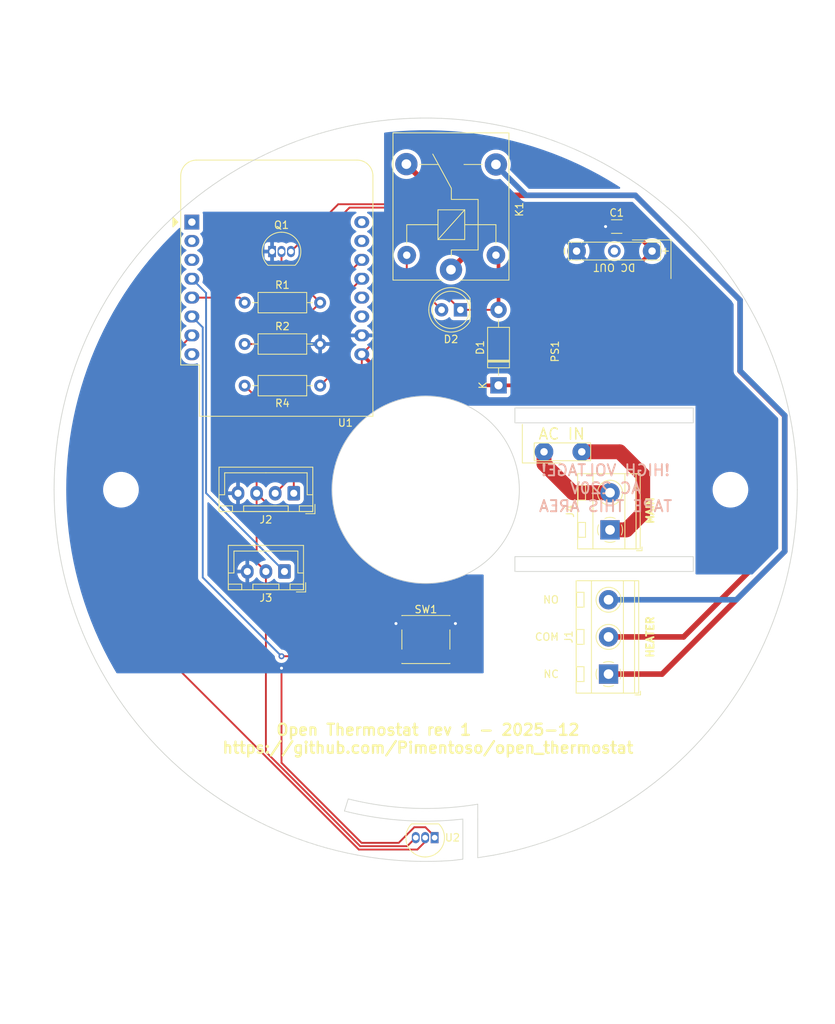
<source format=kicad_pcb>
(kicad_pcb (version 20221018) (generator pcbnew)
  (layers (0 "F.Cu" signal) (31 "B.Cu" signal) (34 "B.Paste" user) (35 "F.Paste" user) (36 "B.SilkS" user "B.Silkscreen") (37 "F.SilkS" user "F.Silkscreen") (38 "B.Mask" user) (39 "F.Mask" user) (44 "Edge.Cuts" user))
  (net 0 "")
  (net 1 "5V")
  (net 2 "GND")
  (net 3 "SCL")
  (net 4 "SDA")
  (net 5 "LED")
  (net 6 "Net-(J4-Pin_1)")
  (net 7 "Net-(J4-Pin_2)")
  (net 8 "OUT")
  (net 9 "BTN")
  (net 13 "TEMP")
  (net 19 "Net-(D1-A)")
  (net 20 "Net-(D2-A)")
  (net 21 "Net-(J1-Pin_1)")
  (net 22 "Net-(J1-Pin_2)")
  (net 23 "Net-(Q1-B)")
  (net 24 "Net-(J1-Pin_3)")
  (footprint "Button_Switch_SMD:SW_Push_1P1T_NO_6x6mm_H9.5mm" (layer "F.Cu") (at 100.025 120.15)
    (fp_text reference "SW1" (at 0 -4.05) (layer "F.SilkS"))
    (fp_text value "SW_Push")
    (pad "1" smd rect (at -3.975 -2.25) (size 1.55 1.3) (layers "F.Cu" "F.Paste" "F.Mask") (net 2 "GND"))
    (pad "1" smd rect (at 3.975 -2.25) (size 1.55 1.3) (layers "F.Cu" "F.Paste" "F.Mask") (net 2 "GND"))
    (pad "2" smd rect (at -3.975 2.25) (size 1.55 1.3) (layers "F.Cu" "F.Paste" "F.Mask") (net 9 "BTN"))
    (pad "2" smd rect (at 3.975 2.25) (size 1.55 1.3) (layers "F.Cu" "F.Paste" "F.Mask") (net 9 "BTN"))
  )
  (footprint "internal:220v AC to 5v DC Transformer" (layer "F.Cu") (at 123 81.4 90)
    (fp_text reference "PS1" (at 0 -5.6 90 unlocked) (layer "F.SilkS"))
    (fp_text value "IRM-05-5")
    (fp_text user "DC OUT" (at 11.3 2.4 180 unlocked) (layer "F.SilkS"))
    (fp_text user "-" (at 13.5 -4.4 90 unlocked) (layer "F.SilkS"))
    (fp_text user "AC IN" (at -11.1 -4.7 unlocked) (layer "F.SilkS") (effects (font (size 1.5 1.5) (thickness 0.2))))
    (fp_text user "+" (at 13.5 9.2 90 unlocked) (layer "F.SilkS"))
    (pad "" thru_hole circle (at 13.5 2.38 90) (size 1.7 1.7) (drill 1) (layers "*.Cu" "*.Mask"))
    (pad "1" thru_hole circle (at -13.5 -7.08 90) (size 2.5 2.5) (drill 1) (layers "*.Cu" "*.Mask") (net 7 "Net-(J4-Pin_2)"))
    (pad "2" thru_hole circle (at -13.5 -2 90) (size 2.5 2.5) (drill 1) (layers "*.Cu" "*.Mask") (net 6 "Net-(J4-Pin_1)"))
    (pad "3" thru_hole circle (at 13.5 -2.7 90) (size 2.5 2.5) (drill 1) (layers "*.Cu" "*.Mask") (net 2 "GND"))
    (pad "4" thru_hole circle (at 13.5 7.46 90) (size 2.5 2.5) (drill 1) (layers "*.Cu" "*.Mask") (net 1 "5V"))
  )
  (footprint "Capacitor_SMD:C_1206_3216Metric_Pad1.33x1.80mm_HandSolder" (layer "F.Cu") (at 125.7 64.6)
    (fp_text reference "C1" (at 0 -1.85) (layer "F.SilkS"))
    (fp_text value "4.7uf")
    (pad "1" smd roundrect (at -1.5625 0) (size 1.325 1.8) (layers "F.Cu" "F.Paste" "F.Mask") (roundrect_rratio 0.1886792453) (net 2 "GND"))
    (pad "2" smd roundrect (at 1.5625 0) (size 1.325 1.8) (layers "F.Cu" "F.Paste" "F.Mask") (roundrect_rratio 0.1886792453) (net 1 "5V"))
  )
  (footprint "Package_TO_SOT_THT:TO-92_Inline" (layer "F.Cu") (at 101.2 146.8 180)
    (fp_text reference "U2" (at -2.4 0) (layer "F.SilkS"))
    (fp_text value "DS18B20")
    (pad "1" thru_hole rect (at 0 0 180) (size 1.05 1.5) (drill 0.75) (layers "*.Cu" "*.Mask") (net 2 "GND"))
    (pad "2" thru_hole oval (at 1.27 0 180) (size 1.05 1.5) (drill 0.75) (layers "*.Cu" "*.Mask") (net 13 "TEMP"))
    (pad "3" thru_hole oval (at 2.54 0 180) (size 1.05 1.5) (drill 0.75) (layers "*.Cu" "*.Mask") (net 1 "5V"))
  )
  (footprint "Resistor_THT:R_Axial_DIN0207_L6.3mm_D2.5mm_P10.16mm_Horizontal" (layer "F.Cu") (at 75.64 74.833334)
    (fp_text reference "R1" (at 5.08 -2.37) (layer "F.SilkS"))
    (fp_text value "220")
    (pad "1" thru_hole circle (at 0 0) (size 1.6 1.6) (drill 0.8) (layers "*.Cu" "*.Mask") (net 8 "OUT"))
    (pad "2" thru_hole oval (at 10.16 0) (size 1.6 1.6) (drill 0.8) (layers "*.Cu" "*.Mask") (net 23 "Net-(Q1-B)"))
  )
  (footprint "Connector_JST:JST_XH_B4B-XH-A_1x04_P2.50mm_Vertical" (layer "F.Cu") (at 82.25 100.475 180)
    (fp_text reference "J2" (at 3.75 -3.55) (layer "F.SilkS"))
    (fp_text value "SSD1306 display")
    (pad "1" thru_hole roundrect (at 0 0 180) (size 1.7 1.95) (drill 0.95) (layers "*.Cu" "*.Mask") (roundrect_rratio 0.1470588235) (net 4 "SDA"))
    (pad "2" thru_hole oval (at 2.5 0 180) (size 1.7 1.95) (drill 0.95) (layers "*.Cu" "*.Mask") (net 3 "SCL"))
    (pad "3" thru_hole oval (at 5 0 180) (size 1.7 1.95) (drill 0.95) (layers "*.Cu" "*.Mask") (net 1 "5V"))
    (pad "4" thru_hole oval (at 7.5 0 180) (size 1.7 1.95) (drill 0.95) (layers "*.Cu" "*.Mask") (net 2 "GND"))
  )
  (footprint "Resistor_THT:R_Axial_DIN0207_L6.3mm_D2.5mm_P10.16mm_Horizontal" (layer "F.Cu") (at 75.64 80.4)
    (fp_text reference "R2" (at 5.08 -2.37) (layer "F.SilkS"))
    (fp_text value "10K")
    (pad "1" thru_hole circle (at 0 0) (size 1.6 1.6) (drill 0.8) (layers "*.Cu" "*.Mask") (net 23 "Net-(Q1-B)"))
    (pad "2" thru_hole oval (at 10.16 0) (size 1.6 1.6) (drill 0.8) (layers "*.Cu" "*.Mask") (net 2 "GND"))
  )
  (footprint "TerminalBlock_MetzConnect:TerminalBlock_MetzConnect_Type094_RT03502HBLU_1x02_P5.00mm_Horizontal" (layer "F.Cu") (at 124.8 105.4 90)
    (fp_text reference "J4" (at 2.5 -5.36 90) (layer "F.SilkS"))
    (fp_text value "AC IN")
    (pad "1" thru_hole rect (at 0 0 90) (size 2.6 2.6) (drill 1.3) (layers "*.Cu" "*.Mask") (net 6 "Net-(J4-Pin_1)"))
    (pad "2" thru_hole circle (at 5 0 90) (size 2.6 2.6) (drill 1.3) (layers "*.Cu" "*.Mask") (net 7 "Net-(J4-Pin_2)"))
  )
  (footprint "TerminalBlock_MetzConnect:TerminalBlock_MetzConnect_Type094_RT03503HBLU_1x03_P5.00mm_Horizontal" (layer "F.Cu") (at 124.6 124.8 90)
    (fp_text reference "J1" (at 5 -5.36 90) (layer "F.SilkS"))
    (fp_text value "HEATER")
    (pad "1" thru_hole rect (at 0 0 90) (size 2.6 2.6) (drill 1.3) (layers "*.Cu" "*.Mask") (net 21 "Net-(J1-Pin_1)"))
    (pad "2" thru_hole circle (at 5 0 90) (size 2.6 2.6) (drill 1.3) (layers "*.Cu" "*.Mask") (net 22 "Net-(J1-Pin_2)"))
    (pad "3" thru_hole circle (at 10 0 90) (size 2.6 2.6) (drill 1.3) (layers "*.Cu" "*.Mask") (net 24 "Net-(J1-Pin_3)"))
  )
  (footprint "LED_THT:LED_D5.0mm" (layer "F.Cu") (at 104.675 75.8 180)
    (fp_text reference "D2" (at 1.27 -3.96) (layer "F.SilkS"))
    (fp_text value "LED")
    (pad "1" thru_hole rect (at 0 0 180) (size 1.8 1.8) (drill 0.9) (layers "*.Cu" "*.Mask") (net 19 "Net-(D1-A)"))
    (pad "2" thru_hole circle (at 2.54 0 180) (size 1.8 1.8) (drill 0.9) (layers "*.Cu" "*.Mask") (net 20 "Net-(D2-A)"))
  )
  (footprint "Resistor_THT:R_Axial_DIN0207_L6.3mm_D2.5mm_P10.16mm_Horizontal" (layer "F.Cu") (at 85.8 86 180)
    (fp_text reference "R4" (at 5.08 -2.37) (layer "F.SilkS"))
    (fp_text value "2K")
    (pad "1" thru_hole circle (at 0 0 180) (size 1.6 1.6) (drill 0.8) (layers "*.Cu" "*.Mask") (net 20 "Net-(D2-A)"))
    (pad "2" thru_hole oval (at 10.16 0 180) (size 1.6 1.6) (drill 0.8) (layers "*.Cu" "*.Mask") (net 1 "5V"))
  )
  (footprint "Module:WEMOS_D1_mini_light" (layer "F.Cu") (at 68.54 64)
    (fp_text reference "U1" (at 20.66 27) (layer "F.SilkS"))
    (fp_text value "WeMos_D1_mini")
    (pad "1" thru_hole rect (at 0 0) (size 2 2) (drill 1) (layers "*.Cu" "*.Mask"))
    (pad "2" thru_hole oval (at 0 2.54) (size 2 1.6) (drill 1) (layers "*.Cu" "*.Mask"))
    (pad "3" thru_hole oval (at 0 5.08) (size 2 1.6) (drill 1) (layers "*.Cu" "*.Mask"))
    (pad "4" thru_hole oval (at 0 7.62) (size 2 1.6) (drill 1) (layers "*.Cu" "*.Mask") (net 5 "LED"))
    (pad "5" thru_hole oval (at 0 10.16) (size 2 1.6) (drill 1) (layers "*.Cu" "*.Mask") (net 8 "OUT"))
    (pad "6" thru_hole oval (at 0 12.7) (size 2 1.6) (drill 1) (layers "*.Cu" "*.Mask") (net 9 "BTN"))
    (pad "7" thru_hole oval (at 0 15.24) (size 2 1.6) (drill 1) (layers "*.Cu" "*.Mask") (net 13 "TEMP"))
    (pad "8" thru_hole oval (at 0 17.78) (size 2 1.6) (drill 1) (layers "*.Cu" "*.Mask"))
    (pad "9" thru_hole oval (at 22.86 17.78) (size 2 1.6) (drill 1) (layers "*.Cu" "*.Mask") (net 1 "5V"))
    (pad "10" thru_hole oval (at 22.86 15.24) (size 2 1.6) (drill 1) (layers "*.Cu" "*.Mask") (net 2 "GND"))
    (pad "11" thru_hole oval (at 22.86 12.7) (size 2 1.6) (drill 1) (layers "*.Cu" "*.Mask"))
    (pad "12" thru_hole oval (at 22.86 10.16) (size 2 1.6) (drill 1) (layers "*.Cu" "*.Mask"))
    (pad "13" thru_hole oval (at 22.86 7.62) (size 2 1.6) (drill 1) (layers "*.Cu" "*.Mask") (net 4 "SDA"))
    (pad "14" thru_hole oval (at 22.86 5.08) (size 2 1.6) (drill 1) (layers "*.Cu" "*.Mask") (net 3 "SCL"))
    (pad "15" thru_hole oval (at 22.86 2.54) (size 2 1.6) (drill 1) (layers "*.Cu" "*.Mask"))
    (pad "16" thru_hole oval (at 22.86 0) (size 2 1.6) (drill 1) (layers "*.Cu" "*.Mask"))
  )
  (footprint "Package_TO_SOT_THT:TO-92_Inline" (layer "F.Cu") (at 79.33 67.96)
    (fp_text reference "Q1" (at 1.27 -3.56) (layer "F.SilkS"))
    (fp_text value "2N2219")
    (pad "1" thru_hole rect (at 0 0) (size 1.05 1.5) (drill 0.75) (layers "*.Cu" "*.Mask") (net 2 "GND"))
    (pad "2" thru_hole oval (at 1.27 0) (size 1.05 1.5) (drill 0.75) (layers "*.Cu" "*.Mask") (net 23 "Net-(Q1-B)"))
    (pad "3" thru_hole oval (at 2.54 0) (size 1.05 1.5) (drill 0.75) (layers "*.Cu" "*.Mask") (net 19 "Net-(D1-A)"))
  )
  (footprint "MountingHole:MountingHole_4.3mm_M4" (layer "F.Cu") (at 59 100)
    (fp_text reference "H1" hide)
    (fp_text value "MountingHole")
    (pad "" np_thru_hole circle (at 0 0) (size 4.3 4.3) (drill 4.3) (layers "*.Cu" "*.Mask"))
  )
  (footprint "Diode_THT:D_DO-41_SOD81_P10.16mm_Horizontal" (layer "F.Cu") (at 109.8 85.96 90)
    (fp_text reference "D1" (at 5.08 -2.47 90) (layer "F.SilkS"))
    (fp_text value "1N4007")
    (fp_text user "K" (at 0 -2.1 90) (layer "F.SilkS"))
    (pad "1" thru_hole rect (at 0 0 90) (size 2.2 2.2) (drill 1.1) (layers "*.Cu" "*.Mask") (net 1 "5V"))
    (pad "2" thru_hole oval (at 10.16 0 90) (size 2.2 2.2) (drill 1.1) (layers "*.Cu" "*.Mask") (net 19 "Net-(D1-A)"))
  )
  (footprint "Relay_THT:Relay_SPDT_SANYOU_SRD_Series_Form_C" (layer "F.Cu") (at 103.4 70.4 90)
    (fp_text reference "K1" (at 8.1 9.2 90) (layer "F.SilkS"))
    (fp_text value "SANYOU_SRD_Form_C")
    (pad "1" thru_hole circle (at 0 0 180) (size 3 3) (drill 1.3) (layers "*.Cu" "*.Mask") (net 22 "Net-(J1-Pin_2)"))
    (pad "2" thru_hole circle (at 1.95 6.05 180) (size 2.5 2.5) (drill 1) (layers "*.Cu" "*.Mask") (net 19 "Net-(D1-A)"))
    (pad "3" thru_hole circle (at 14.15 6.05 180) (size 3 3) (drill 1.3) (layers "*.Cu" "*.Mask") (net 24 "Net-(J1-Pin_3)"))
    (pad "4" thru_hole circle (at 14.2 -6 180) (size 3 3) (drill 1.3) (layers "*.Cu" "*.Mask") (net 21 "Net-(J1-Pin_1)"))
    (pad "5" thru_hole circle (at 1.95 -5.95 180) (size 2.5 2.5) (drill 1) (layers "*.Cu" "*.Mask") (net 1 "5V"))
  )
  (footprint "MountingHole:MountingHole_4.3mm_M4" (layer "F.Cu") (at 141 100)
    (fp_text reference "H2" hide)
    (fp_text value "MountingHole")
    (pad "" np_thru_hole circle (at 0 0) (size 4.3 4.3) (drill 4.3) (layers "*.Cu" "*.Mask"))
  )
  (footprint "Connector_JST:JST_XH_B3B-XH-A_1x03_P2.50mm_Vertical" (layer "F.Cu") (at 81 111 180)
    (fp_text reference "J3" (at 2.5 -3.55) (layer "F.SilkS"))
    (fp_text value "WS8212b led strip")
    (pad "1" thru_hole roundrect (at 0 0 180) (size 1.7 1.95) (drill 0.95) (layers "*.Cu" "*.Mask") (roundrect_rratio 0.1470588235) (net 5 "LED"))
    (pad "2" thru_hole oval (at 2.5 0 180) (size 1.7 1.95) (drill 0.95) (layers "*.Cu" "*.Mask") (net 1 "5V"))
    (pad "3" thru_hole oval (at 5 0 180) (size 1.7 1.95) (drill 0.95) (layers "*.Cu" "*.Mask") (net 2 "GND"))
  )
  (gr_line (start 96.465122 149.87489) (end 97.87794 149.954948) (stroke (width 0.1)) (layer "Edge.Cuts"))
  (gr_line (start 68.041652 138.4534) (end 69.142638 139.342385) (stroke (width 0.1)) (layer "Edge.Cuts"))
  (gr_line (start 138.901788 68.589) (end 137.997312 67.500704) (stroke (width 0.1)) (layer "Edge.Cuts"))
  (gr_line (start 131.958348 138.4534) (end 133.033736 137.533615) (stroke (width 0.1)) (layer "Edge.Cuts"))
  (gr_line (start 62.937598 133.561561) (end 63.902195 134.596943) (stroke (width 0.1)) (layer "Edge.Cuts"))
  (gr_line (start 89.466037 148.877762) (end 90.85344 149.156286) (stroke (width 0.1)) (layer "Edge.Cuts"))
  (gr_line (start 58.574518 72.001261) (end 57.798776 73.184768) (stroke (width 0.1)) (layer "Edge.Cuts"))
  (gr_line (start 50.320074 105.648444) (end 50.499815 107.052067) (stroke (width 0.1)) (layer "Edge.Cuts"))
  (gr_line (start 99.292458 50.005006) (end 97.87794 50.045052) (stroke (width 0.1)) (layer "Edge.Cuts"))
  (gr_line (start 88.08707 148.560088) (end 89.466037 148.877762) (stroke (width 0.1)) (layer "Edge.Cuts"))
  (gr_line (start 143.650706 75.615253) (end 142.943163 74.389754) (stroke (width 0.1)) (layer "Edge.Cuts"))
  (gr_line (start 100.707542 149.994994) (end 102.12206 149.954948) (stroke (width 0.1)) (layer "Edge.Cuts"))
  (gr_line (start 110.533963 148.877762) (end 111.91293 148.560088) (stroke (width 0.1)) (layer "Edge.Cuts"))
  (gr_line (start 146.653618 117.984436) (end 147.143872 116.65699) (stroke (width 0.1)) (layer "Edge.Cuts"))
  (gr_line (start 111.91293 148.560088) (end 113.282354 148.203517) (stroke (width 0.1)) (layer "Edge.Cuts"))
  (gr_line (start 142.201224 73.184768) (end 141.425482 72.001261) (stroke (width 0.1)) (layer "Edge.Cuts"))
  (gr_line (start 129.731659 59.800143) (end 128.582141 58.974871) (stroke (width 0.1)) (layer "Edge.Cuts"))
  (gr_line (start 138.901788 131.411) (end 139.775103 130.297544) (stroke (width 0.1)) (layer "Edge.Cuts"))
  (gr_line (start 50.020025 101.414943) (end 50.080083 102.828752) (stroke (width 0.1)) (layer "Edge.Cuts"))
  (gr_line (start 66.966264 62.466385) (end 65.917335 63.416234) (stroke (width 0.1)) (layer "Edge.Cuts"))
  (gr_line (start 147.143872 83.34301) (end 146.653618 82.015564) (stroke (width 0.1)) (layer "Edge.Cuts"))
  (gr_line (start 72.59027 141.81754) (end 73.784636 142.576457) (stroke (width 0.1)) (layer "Edge.Cuts"))
  (gr_line (start 148.723803 111.22457) (end 149.021932 109.841247) (stroke (width 0.1)) (layer "Edge.Cuts"))
  (gr_line (start 53.874006 119.297478) (end 54.438575 120.595062) (stroke (width 0.1)) (layer "Edge.Cuts"))
  (gr_line (start 93.649109 50.404978) (end 92.24817 50.604564) (stroke (width 0.1)) (layer "Edge.Cuts"))
  (gr_line (start 149.979975 101.414943) (end 150 100) (stroke (width 0.1)) (layer "Edge.Cuts"))
  (gr_line (start 75 56.69873) (end 73.784636 57.423543) (stroke (width 0.1)) (layer "Edge.Cuts"))
  (gr_line (start 149.021932 90.158753) (end 148.723803 88.77543) (stroke (width 0.1)) (layer "Edge.Cuts"))
  (gr_line (start 149.819874 104.240296) (end 149.919917 102.828752) (stroke (width 0.1)) (layer "Edge.Cuts"))
  (gr_line (start 144.323284 76.860284) (end 143.650706 75.615253) (stroke (width 0.1)) (layer "Edge.Cuts"))
  (gr_line (start 55.039639 121.876151) (end 55.676716 123.139716) (stroke (width 0.1)) (layer "Edge.Cuts"))
  (gr_line (start 85.358861 147.808337) (end 86.717646 148.203517) (stroke (width 0.1)) (layer "Edge.Cuts"))
  (gr_line (start 142.943163 74.389754) (end 142.201224 73.184768) (stroke (width 0.1)) (layer "Edge.Cuts"))
  (gr_line (start 149.679926 105.648444) (end 149.819874 104.240296) (stroke (width 0.1)) (layer "Edge.Cuts"))
  (gr_line (start 95.055135 50.245118) (end 93.649109 50.404978) (stroke (width 0.1)) (layer "Edge.Cuts"))
  (gr_line (start 93.649109 149.595022) (end 95.055135 149.754882) (stroke (width 0.1)) (layer "Edge.Cuts"))
  (gr_line (start 68.041652 61.5466) (end 66.966264 62.466385) (stroke (width 0.1)) (layer "Edge.Cuts"))
  (gr_line (start 148.010734 113.963144) (end 148.386647 112.598903) (stroke (width 0.1)) (layer "Edge.Cuts"))
  (gr_line (start 110.533963 51.122238) (end 109.14656 50.843714) (stroke (width 0.1)) (layer "Edge.Cuts"))
  (gr_line (start 149.819874 95.759704) (end 149.679926 94.351556) (stroke (width 0.1)) (layer "Edge.Cuts"))
  (gr_line (start 121.237733 54.734575) (end 119.948268 54.1517) (stroke (width 0.1)) (layer "Edge.Cuts"))
  (gr_line (start 57.798776 126.815232) (end 58.574518 127.998739) (stroke (width 0.1)) (layer "Edge.Cuts"))
  (gr_line (start 133.033736 62.466385) (end 131.958348 61.5466) (stroke (width 0.1)) (layer "Edge.Cuts"))
  (gr_line (start 60.224897 130.297544) (end 61.098212 131.411) (stroke (width 0.1)) (layer "Edge.Cuts"))
  (gr_line (start 65.917335 63.416234) (end 64.895706 64.395386) (stroke (width 0.1)) (layer "Edge.Cuts"))
  (gr_line (start 149.280796 108.450041) (end 149.500185 107.052067) (stroke (width 0.1)) (layer "Edge.Cuts"))
  (gr_line (start 117.322448 53.096559) (end 115.988196 52.625138) (stroke (width 0.1)) (layer "Edge.Cuts"))
  (gr_line (start 145.561425 79.404938) (end 144.960361 78.123849) (stroke (width 0.1)) (layer "Edge.Cuts"))
  (gr_line (start 119.948268 54.1517) (end 118.642824 53.605549) (stroke (width 0.1)) (layer "Edge.Cuts"))
  (gr_line (start 130.857362 60.657615) (end 129.731659 59.800143) (stroke (width 0.1)) (layer "Edge.Cuts"))
  (gr_line (start 61.098212 68.589) (end 60.224897 69.702456) (stroke (width 0.1)) (layer "Edge.Cuts"))
  (gr_rect (start 112 109) (end 136 111) (stroke (width 0.1)) (fill none) (layer "Edge.Cuts"))
  (gr_line (start 107 149.5) (end 109.14656 149.156286) (stroke (width 0.1)) (layer "Edge.Cuts"))
  (gr_line (start 147.596365 84.683799) (end 147.143872 83.34301) (stroke (width 0.1)) (layer "Edge.Cuts"))
  (gr_line (start 143.650706 124.384747) (end 144.323284 123.139716) (stroke (width 0.1)) (layer "Edge.Cuts"))
  (gr_line (start 51.276197 111.22457) (end 51.613353 112.598903) (stroke (width 0.1)) (layer "Edge.Cuts"))
  (gr_line (start 56.349294 124.384747) (end 57.056837 125.610246) (stroke (width 0.1)) (layer "Edge.Cuts"))
  (gr_line (start 90.85344 149.156286) (end 92.24817 149.395436) (stroke (width 0.1)) (layer "Edge.Cuts"))
  (gr_line (start 50 100) (end 50.020025 101.414943) (stroke (width 0.1)) (layer "Edge.Cuts"))
  (gr_line (start 88.08707 51.439912) (end 86.717646 51.796483) (stroke (width 0.1)) (layer "Edge.Cuts"))
  (gr_line (start 149.500185 107.052067) (end 149.679926 105.648444) (stroke (width 0.1)) (layer "Edge.Cuts"))
  (gr_line (start 53.874006 80.702522) (end 53.346382 82.015564) (stroke (width 0.1)) (layer "Edge.Cuts"))
  (gr_line (start 130.857362 139.342385) (end 131.958348 138.4534) (stroke (width 0.1)) (layer "Edge.Cuts"))
  (gr_line (start 92.24817 149.395436) (end 93.649109 149.595022) (stroke (width 0.1)) (layer "Edge.Cuts"))
  (gr_line (start 53.346382 82.015564) (end 52.856128 83.34301) (stroke (width 0.1)) (layer "Edge.Cuts"))
  (gr_line (start 82.677552 146.903441) (end 84.011804 147.374862) (stroke (width 0.1)) (layer "Edge.Cuts"))
  (gr_line (start 122.510187 144.646293) (end 123.764611 143.9914) (stroke (width 0.1)) (layer "Edge.Cuts"))
  (gr_line (start 89.466037 51.122238) (end 88.08707 51.439912) (stroke (width 0.1)) (layer "Edge.Cuts"))
  (gr_line (start 50.978068 90.158753) (end 50.719204 91.549959) (stroke (width 0.1)) (layer "Edge.Cuts"))
  (gr_line (start 109.14656 50.843714) (end 107.75183 50.604564) (stroke (width 0.1)) (layer "Edge.Cuts"))
  (gr_line (start 66.966264 137.533615) (end 68.041652 138.4534) (stroke (width 0.1)) (layer "Edge.Cuts"))
  (gr_line (start 126.215364 142.576457) (end 127.40973 141.81754) (stroke (width 0.1)) (layer "Edge.Cuts"))
  (gr_line (start 51.613353 87.401097) (end 51.276197 88.77543) (stroke (width 0.1)) (layer "Edge.Cuts"))
  (gr_line (start 150 100) (end 149.979975 98.585057) (stroke (width 0.1)) (layer "Edge.Cuts"))
  (gr_line (start 107 144.3) (end 107 149.5) (stroke (width 0.1)) (layer "Edge.Cuts"))
  (gr_line (start 147.596365 115.316201) (end 148.010734 113.963144) (stroke (width 0.1)) (layer "Edge.Cuts"))
  (gr_line (start 81.357176 146.394451) (end 82.677552 146.903441) (stroke (width 0.1)) (layer "Edge.Cuts"))
  (gr_line (start 144.960361 121.876151) (end 145.561425 120.595062) (stroke (width 0.1)) (layer "Edge.Cuts"))
  (gr_rect (start 112 89) (end 136 91) (stroke (width 0.1)) (fill none) (layer "Edge.Cuts"))
  (gr_line (start 126.215364 57.423543) (end 125 56.69873) (stroke (width 0.1)) (layer "Edge.Cuts"))
  (gr_line (start 149.679926 94.351556) (end 149.500185 92.947933) (stroke (width 0.1)) (layer "Edge.Cuts"))
  (gr_line (start 149.979975 98.585057) (end 149.919917 97.171248) (stroke (width 0.1)) (layer "Edge.Cuts"))
  (gr_line (start 100.707542 50.005006) (end 99.292458 50.005006) (stroke (width 0.1)) (layer "Edge.Cuts"))
  (gr_line (start 77.489813 55.353707) (end 76.235389 56.0086) (stroke (width 0.1)) (layer "Edge.Cuts"))
  (gr_line (start 144.323284 123.139716) (end 144.960361 121.876151) (stroke (width 0.1)) (layer "Edge.Cuts"))
  (gr_line (start 103.534878 50.12511) (end 102.12206 50.045052) (stroke (width 0.1)) (layer "Edge.Cuts"))
  (gr_line (start 82.677552 53.096559) (end 81.357176 53.605549) (stroke (width 0.1)) (layer "Edge.Cuts"))
  (gr_line (start 85.358861 52.191663) (end 84.011804 52.625138) (stroke (width 0.1)) (layer "Edge.Cuts"))
  (gr_line (start 134.082665 136.583766) (end 135.104294 135.604614) (stroke (width 0.1)) (layer "Edge.Cuts"))
  (gr_line (start 69.142638 139.342385) (end 70.268341 140.199857) (stroke (width 0.1)) (layer "Edge.Cuts"))
  (gr_line (start 84.011804 52.625138) (end 82.677552 53.096559) (stroke (width 0.1)) (layer "Edge.Cuts"))
  (gr_line (start 149.021932 109.841247) (end 149.280796 108.450041) (stroke (width 0.1)) (layer "Edge.Cuts"))
  (gr_line (start 51.989266 86.036856) (end 51.613353 87.401097) (stroke (width 0.1)) (layer "Edge.Cuts"))
  (gr_line (start 149.919917 102.828752) (end 149.979975 101.414943) (stroke (width 0.1)) (layer "Edge.Cuts"))
  (gr_line (start 73.784636 57.423543) (end 72.59027 58.18246) (stroke (width 0.1)) (layer "Edge.Cuts"))
  (gr_line (start 123.764611 143.9914) (end 125 143.30127) (stroke (width 0.1)) (layer "Edge.Cuts"))
  (gr_line (start 70.268341 140.199857) (end 71.417859 141.025129) (stroke (width 0.1)) (layer "Edge.Cuts"))
  (gr_line (start 86.717646 148.203517) (end 88.08707 148.560088) (stroke (width 0.1)) (layer "Edge.Cuts"))
  (gr_line (start 96.465122 50.12511) (end 95.055135 50.245118) (stroke (width 0.1)) (layer "Edge.Cuts"))
  (gr_line (start 139.775103 69.702456) (end 138.901788 68.589) (stroke (width 0.1)) (layer "Edge.Cuts"))
  (gr_line (start 136.097805 65.403057) (end 135.104294 64.395386) (stroke (width 0.1)) (layer "Edge.Cuts"))
  (gr_line (start 75 143.30127) (end 76.235389 143.9914) (stroke (width 0.1)) (layer "Edge.Cuts"))
  (gr_line (start 140.61656 70.84018) (end 139.775103 69.702456) (stroke (width 0.1)) (layer "Edge.Cuts"))
  (gr_line (start 97.87794 149.954948) (end 99.292458 149.994994) (stroke (width 0.1)) (layer "Edge.Cuts"))
  (gr_line (start 50.080083 97.171248) (end 50.020025 98.585057) (stroke (width 0.1)) (layer "Edge.Cuts"))
  (gr_line (start 89.577175 141.589117) (end 89.067289 143.21997) (stroke (width 0.1)) (layer "Edge.Cuts"))
  (gr_line (start 113.282354 51.796483) (end 111.91293 51.439912) (stroke (width 0.1)) (layer "Edge.Cuts"))
  (gr_line (start 127.40973 58.18246) (end 126.215364 57.423543) (stroke (width 0.1)) (layer "Edge.Cuts"))
  (gr_line (start 52.403635 115.316201) (end 52.856128 116.65699) (stroke (width 0.1)) (layer "Edge.Cuts"))
  (gr_line (start 150 100) (end 150 100) (stroke (width 0.1)) (layer "Edge.Cuts"))
  (gr_line (start 52.856128 83.34301) (end 52.403635 84.683799) (stroke (width 0.1)) (layer "Edge.Cuts"))
  (gr_line (start 102.12206 149.954948) (end 103.534878 149.87489) (stroke (width 0.1)) (layer "Edge.Cuts"))
  (gr_line (start 125 143.30127) (end 126.215364 142.576457) (stroke (width 0.1)) (layer "Edge.Cuts"))
  (gr_line (start 71.417859 58.974871) (end 70.268341 59.800143) (stroke (width 0.1)) (layer "Edge.Cuts"))
  (gr_line (start 128.582141 141.025129) (end 129.731659 140.199857) (stroke (width 0.1)) (layer "Edge.Cuts"))
  (gr_line (start 146.125994 119.297478) (end 146.653618 117.984436) (stroke (width 0.1)) (layer "Edge.Cuts"))
  (gr_line (start 137.062402 66.438439) (end 136.097805 65.403057) (stroke (width 0.1)) (layer "Edge.Cuts"))
  (gr_arc (start 105 144.3) (mid 96.984891 144.479199) (end 89.067289 143.21997) (stroke (width 0.1)) (layer "Edge.Cuts"))
  (gr_line (start 95.055135 149.754882) (end 96.465122 149.87489) (stroke (width 0.1)) (layer "Edge.Cuts"))
  (gr_line (start 104.944865 50.245118) (end 103.534878 50.12511) (stroke (width 0.1)) (layer "Edge.Cuts"))
  (gr_line (start 58.574518 127.998739) (end 59.38344 129.15982) (stroke (width 0.1)) (layer "Edge.Cuts"))
  (gr_line (start 50.320074 94.351556) (end 50.180126 95.759704) (stroke (width 0.1)) (layer "Edge.Cuts"))
  (gr_line (start 115.988196 52.625138) (end 114.641139 52.191663) (stroke (width 0.1)) (layer "Edge.Cuts"))
  (gr_line (start 81.357176 53.605549) (end 80.051732 54.1517) (stroke (width 0.1)) (layer "Edge.Cuts"))
  (gr_line (start 78.762267 145.265425) (end 80.051732 145.8483) (stroke (width 0.1)) (layer "Edge.Cuts"))
  (gr_line (start 149.919917 97.171248) (end 149.819874 95.759704) (stroke (width 0.1)) (layer "Edge.Cuts"))
  (gr_line (start 146.125994 80.702522) (end 145.561425 79.404938) (stroke (width 0.1)) (layer "Edge.Cuts"))
  (gr_line (start 137.997312 67.500704) (end 137.062402 66.438439) (stroke (width 0.1)) (layer "Edge.Cuts"))
  (gr_line (start 51.276197 88.77543) (end 50.978068 90.158753) (stroke (width 0.1)) (layer "Edge.Cuts"))
  (gr_line (start 62.002688 67.500704) (end 61.098212 68.589) (stroke (width 0.1)) (layer "Edge.Cuts"))
  (gr_line (start 136.097805 134.596943) (end 137.062402 133.561561) (stroke (width 0.1)) (layer "Edge.Cuts"))
  (gr_line (start 114.641139 147.808337) (end 115.988196 147.374862) (stroke (width 0.1)) (layer "Edge.Cuts"))
  (gr_line (start 76.235389 56.0086) (end 75 56.69873) (stroke (width 0.1)) (layer "Edge.Cuts"))
  (gr_line (start 111.91293 51.439912) (end 110.533963 51.122238) (stroke (width 0.1)) (layer "Edge.Cuts"))
  (gr_line (start 149.500185 92.947933) (end 149.280796 91.549959) (stroke (width 0.1)) (layer "Edge.Cuts"))
  (gr_line (start 117.322448 146.903441) (end 118.642824 146.394451) (stroke (width 0.1)) (layer "Edge.Cuts"))
  (gr_line (start 125 56.69873) (end 123.764611 56.0086) (stroke (width 0.1)) (layer "Edge.Cuts"))
  (gr_line (start 63.902195 134.596943) (end 64.895706 135.604614) (stroke (width 0.1)) (layer "Edge.Cuts"))
  (gr_line (start 147.143872 116.65699) (end 147.596365 115.316201) (stroke (width 0.1)) (layer "Edge.Cuts"))
  (gr_line (start 50.080083 102.828752) (end 50.180126 104.240296) (stroke (width 0.1)) (layer "Edge.Cuts"))
  (gr_line (start 86.717646 51.796483) (end 85.358861 52.191663) (stroke (width 0.1)) (layer "Edge.Cuts"))
  (gr_line (start 142.201224 126.815232) (end 142.943163 125.610246) (stroke (width 0.1)) (layer "Edge.Cuts"))
  (gr_line (start 77.489813 144.646293) (end 78.762267 145.265425) (stroke (width 0.1)) (layer "Edge.Cuts"))
  (gr_line (start 50.499815 92.947933) (end 50.320074 94.351556) (stroke (width 0.1)) (layer "Edge.Cuts"))
  (gr_line (start 107.75183 50.604564) (end 106.350891 50.404978) (stroke (width 0.1)) (layer "Edge.Cuts"))
  (gr_line (start 99.292458 149.994994) (end 100.707542 149.994994) (stroke (width 0.1)) (layer "Edge.Cuts"))
  (gr_line (start 51.989266 113.963144) (end 52.403635 115.316201) (stroke (width 0.1)) (layer "Edge.Cuts"))
  (gr_line (start 59.38344 70.84018) (end 58.574518 72.001261) (stroke (width 0.1)) (layer "Edge.Cuts"))
  (gr_line (start 54.438575 120.595062) (end 55.039639 121.876151) (stroke (width 0.1)) (layer "Edge.Cuts"))
  (gr_line (start 57.056837 74.389754) (end 56.349294 75.615253) (stroke (width 0.1)) (layer "Edge.Cuts"))
  (gr_line (start 127.40973 141.81754) (end 128.582141 141.025129) (stroke (width 0.1)) (layer "Edge.Cuts"))
  (gr_line (start 113.282354 148.203517) (end 114.641139 147.808337) (stroke (width 0.1)) (layer "Edge.Cuts"))
  (gr_line (start 60.224897 69.702456) (end 59.38344 70.84018) (stroke (width 0.1)) (layer "Edge.Cuts"))
  (gr_line (start 133.033736 137.533615) (end 134.082665 136.583766) (stroke (width 0.1)) (layer "Edge.Cuts"))
  (gr_line (start 56.349294 75.615253) (end 55.676716 76.860284) (stroke (width 0.1)) (layer "Edge.Cuts"))
  (gr_line (start 72.59027 58.18246) (end 71.417859 58.974871) (stroke (width 0.1)) (layer "Edge.Cuts"))
  (gr_line (start 62.937598 66.438439) (end 62.002688 67.500704) (stroke (width 0.1)) (layer "Edge.Cuts"))
  (gr_line (start 55.039639 78.123849) (end 54.438575 79.404938) (stroke (width 0.1)) (layer "Edge.Cuts"))
  (gr_line (start 114.641139 52.191663) (end 113.282354 51.796483) (stroke (width 0.1)) (layer "Edge.Cuts"))
  (gr_line (start 70.268341 59.800143) (end 69.142638 60.657615) (stroke (width 0.1)) (layer "Edge.Cuts"))
  (gr_line (start 148.010734 86.036856) (end 147.596365 84.683799) (stroke (width 0.1)) (layer "Edge.Cuts"))
  (gr_line (start 149.280796 91.549959) (end 149.021932 90.158753) (stroke (width 0.1)) (layer "Edge.Cuts"))
  (gr_line (start 131.958348 61.5466) (end 130.857362 60.657615) (stroke (width 0.1)) (layer "Edge.Cuts"))
  (gr_line (start 134.082665 63.416234) (end 133.033736 62.466385) (stroke (width 0.1)) (layer "Edge.Cuts"))
  (gr_line (start 50.499815 107.052067) (end 50.719204 108.450041) (stroke (width 0.1)) (layer "Edge.Cuts"))
  (gr_line (start 51.613353 112.598903) (end 51.989266 113.963144) (stroke (width 0.1)) (layer "Edge.Cuts"))
  (gr_line (start 50.180126 104.240296) (end 50.320074 105.648444) (stroke (width 0.1)) (layer "Edge.Cuts"))
  (gr_line (start 59.38344 129.15982) (end 60.224897 130.297544) (stroke (width 0.1)) (layer "Edge.Cuts"))
  (gr_line (start 137.997312 132.499296) (end 138.901788 131.411) (stroke (width 0.1)) (layer "Edge.Cuts"))
  (gr_line (start 140.61656 129.15982) (end 141.425482 127.998739) (stroke (width 0.1)) (layer "Edge.Cuts"))
  (gr_line (start 84.011804 147.374862) (end 85.358861 147.808337) (stroke (width 0.1)) (layer "Edge.Cuts"))
  (gr_line (start 64.895706 64.395386) (end 63.902195 65.403057) (stroke (width 0.1)) (layer "Edge.Cuts"))
  (gr_line (start 78.762267 54.734575) (end 77.489813 55.353707) (stroke (width 0.1)) (layer "Edge.Cuts"))
  (gr_line (start 109.14656 149.156286) (end 110.533963 148.877762) (stroke (width 0.1)) (layer "Edge.Cuts"))
  (gr_line (start 80.051732 54.1517) (end 78.762267 54.734575) (stroke (width 0.1)) (layer "Edge.Cuts"))
  (gr_line (start 122.510187 55.353707) (end 121.237733 54.734575) (stroke (width 0.1)) (layer "Edge.Cuts"))
  (gr_line (start 119.948268 145.8483) (end 121.237733 145.265425) (stroke (width 0.1)) (layer "Edge.Cuts"))
  (gr_line (start 69.142638 60.657615) (end 68.041652 61.5466) (stroke (width 0.1)) (layer "Edge.Cuts"))
  (gr_line (start 115.988196 147.374862) (end 117.322448 146.903441) (stroke (width 0.1)) (layer "Edge.Cuts"))
  (gr_line (start 146.653618 82.015564) (end 146.125994 80.702522) (stroke (width 0.1)) (layer "Edge.Cuts"))
  (gr_line (start 118.642824 146.394451) (end 119.948268 145.8483) (stroke (width 0.1)) (layer "Edge.Cuts"))
  (gr_line (start 103.534878 149.87489) (end 105 149.7) (stroke (width 0.1)) (layer "Edge.Cuts"))
  (gr_line (start 55.676716 123.139716) (end 56.349294 124.384747) (stroke (width 0.1)) (layer "Edge.Cuts"))
  (gr_line (start 102.12206 50.045052) (end 100.707542 50.005006) (stroke (width 0.1)) (layer "Edge.Cuts"))
  (gr_line (start 62.002688 132.499296) (end 62.937598 133.561561) (stroke (width 0.1)) (layer "Edge.Cuts"))
  (gr_line (start 57.798776 73.184768) (end 57.056837 74.389754) (stroke (width 0.1)) (layer "Edge.Cuts"))
  (gr_line (start 80.051732 145.8483) (end 81.357176 146.394451) (stroke (width 0.1)) (layer "Edge.Cuts"))
  (gr_line (start 54.438575 79.404938) (end 53.874006 80.702522) (stroke (width 0.1)) (layer "Edge.Cuts"))
  (gr_line (start 50.020025 98.585057) (end 50 100) (stroke (width 0.1)) (layer "Edge.Cuts"))
  (gr_line (start 50.180126 95.759704) (end 50.080083 97.171248) (stroke (width 0.1)) (layer "Edge.Cuts"))
  (gr_line (start 135.104294 64.395386) (end 134.082665 63.416234) (stroke (width 0.1)) (layer "Edge.Cuts"))
  (gr_line (start 52.403635 84.683799) (end 51.989266 86.036856) (stroke (width 0.1)) (layer "Edge.Cuts"))
  (gr_line (start 137.062402 133.561561) (end 137.997312 132.499296) (stroke (width 0.1)) (layer "Edge.Cuts"))
  (gr_line (start 148.723803 88.77543) (end 148.386647 87.401097) (stroke (width 0.1)) (layer "Edge.Cuts"))
  (gr_line (start 129.731659 140.199857) (end 130.857362 139.342385) (stroke (width 0.1)) (layer "Edge.Cuts"))
  (gr_line (start 73.784636 142.576457) (end 75 143.30127) (stroke (width 0.1)) (layer "Edge.Cuts"))
  (gr_line (start 64.895706 135.604614) (end 65.917335 136.583766) (stroke (width 0.1)) (layer "Edge.Cuts"))
  (gr_line (start 148.386647 87.401097) (end 148.010734 86.036856) (stroke (width 0.1)) (layer "Edge.Cuts"))
  (gr_line (start 141.425482 127.998739) (end 142.201224 126.815232) (stroke (width 0.1)) (layer "Edge.Cuts"))
  (gr_line (start 141.425482 72.001261) (end 140.61656 70.84018) (stroke (width 0.1)) (layer "Edge.Cuts"))
  (gr_line (start 128.582141 58.974871) (end 127.40973 58.18246) (stroke (width 0.1)) (layer "Edge.Cuts"))
  (gr_line (start 107 142.3) (end 107 144.3) (stroke (width 0.1)) (layer "Edge.Cuts"))
  (gr_line (start 144.960361 78.123849) (end 144.323284 76.860284) (stroke (width 0.1)) (layer "Edge.Cuts"))
  (gr_line (start 55.676716 76.860284) (end 55.039639 78.123849) (stroke (width 0.1)) (layer "Edge.Cuts"))
  (gr_circle (center 100 100) (end 112.6 100) (stroke (width 0.1)) (fill none) (layer "Edge.Cuts"))
  (gr_line (start 121.237733 145.265425) (end 122.510187 144.646293) (stroke (width 0.1)) (layer "Edge.Cuts"))
  (gr_line (start 105 149.7) (end 105 144.3) (stroke (width 0.1)) (layer "Edge.Cuts"))
  (gr_line (start 97.87794 50.045052) (end 96.465122 50.12511) (stroke (width 0.1)) (layer "Edge.Cuts"))
  (gr_line (start 148.386647 112.598903) (end 148.723803 111.22457) (stroke (width 0.1)) (layer "Edge.Cuts"))
  (gr_line (start 71.417859 141.025129) (end 72.59027 141.81754) (stroke (width 0.1)) (layer "Edge.Cuts"))
  (gr_arc (start 107 142.3) (mid 98.252067 142.83964) (end 89.577175 141.589117) (stroke (width 0.1)) (layer "Edge.Cuts"))
  (gr_line (start 61.098212 131.411) (end 62.002688 132.499296) (stroke (width 0.1)) (layer "Edge.Cuts"))
  (gr_line (start 118.642824 53.605549) (end 117.322448 53.096559) (stroke (width 0.1)) (layer "Edge.Cuts"))
  (gr_line (start 106.350891 50.404978) (end 104.944865 50.245118) (stroke (width 0.1)) (layer "Edge.Cuts"))
  (gr_line (start 142.943163 125.610246) (end 143.650706 124.384747) (stroke (width 0.1)) (layer "Edge.Cuts"))
  (gr_line (start 92.24817 50.604564) (end 90.85344 50.843714) (stroke (width 0.1)) (layer "Edge.Cuts"))
  (gr_line (start 65.917335 136.583766) (end 66.966264 137.533615) (stroke (width 0.1)) (layer "Edge.Cuts"))
  (gr_line (start 123.764611 56.0086) (end 122.510187 55.353707) (stroke (width 0.1)) (layer "Edge.Cuts"))
  (gr_line (start 57.056837 125.610246) (end 57.798776 126.815232) (stroke (width 0.1)) (layer "Edge.Cuts"))
  (gr_line (start 52.856128 116.65699) (end 53.346382 117.984436) (stroke (width 0.1)) (layer "Edge.Cuts"))
  (gr_line (start 90.85344 50.843714) (end 89.466037 51.122238) (stroke (width 0.1)) (layer "Edge.Cuts"))
  (gr_line (start 135.104294 135.604614) (end 136.097805 134.596943) (stroke (width 0.1)) (layer "Edge.Cuts"))
  (gr_line (start 63.902195 65.403057) (end 62.937598 66.438439) (stroke (width 0.1)) (layer "Edge.Cuts"))
  (gr_line (start 53.346382 117.984436) (end 53.874006 119.297478) (stroke (width 0.1)) (layer "Edge.Cuts"))
  (gr_line (start 139.775103 130.297544) (end 140.61656 129.15982) (stroke (width 0.1)) (layer "Edge.Cuts"))
  (gr_line (start 76.235389 143.9914) (end 77.489813 144.646293) (stroke (width 0.1)) (layer "Edge.Cuts"))
  (gr_line (start 50.719204 108.450041) (end 50.978068 109.841247) (stroke (width 0.1)) (layer "Edge.Cuts"))
  (gr_line (start 50.719204 91.549959) (end 50.499815 92.947933) (stroke (width 0.1)) (layer "Edge.Cuts"))
  (gr_line (start 145.561425 120.595062) (end 146.125994 119.297478) (stroke (width 0.1)) (layer "Edge.Cuts"))
  (gr_line (start 50.978068 109.841247) (end 51.276197 111.22457) (stroke (width 0.1)) (layer "Edge.Cuts"))
  (gr_text "!HIGH VOLTAGE!\nAC 220V\nTAPE THIS AREA" (at 124.2 99.8) (layer "B.SilkS") (effects (font (size 1.5 1.5) (thickness 0.25) bold) (justify mirror)))
  (gr_text "MAIN" (at 130.2 102.8 90) (layer "F.SilkS") (effects (font (size 1 1) (thickness 0.25) bold)))
  (gr_text "COM" (at 118 119.8) (layer "F.SilkS") (effects (font (size 1 1)) (justify right)))
  (gr_text "NC" (at 118 124.8) (layer "F.SilkS") (effects (font (size 1 1)) (justify right)))
  (gr_text "Open Thermostat rev 1 - 2025-12\nhttps://github.com/Pimentoso/open_thermostat" (at 100.3 133.5) (layer "F.SilkS") (effects (font (size 1.5 1.5) (thickness 0.3) bold)))
  (gr_text "NO" (at 118 114.8) (layer "F.SilkS") (effects (font (size 1 1)) (justify right)))
  (gr_text "HEATER" (at 130.2 119.8 90) (layer "F.SilkS") (effects (font (size 1 1) (thickness 0.25) bold)))
  (segment (start 77.25 109.75) (end 78.5 111) (width 0.25) (layer "F.Cu") (net 1))
  (segment (start 84 101.4) (end 84 97.497792) (width 0.25) (layer "F.Cu") (net 1))
  (segment (start 84 97.497792) (end 91.4 90.097792) (width 0.25) (layer "F.Cu") (net 1))
  (segment (start 97.45 75.73) (end 91.4 81.78) (width 0.25) (layer "F.Cu") (net 1))
  (segment (start 77.25 87.61) (end 75.64 86) (width 0.25) (layer "F.Cu") (net 1))
  (segment (start 112.4 85.96) (end 130.46 67.9) (width 0.5) (layer "F.Cu") (net 1))
  (segment (start 91.186396 147.95) (end 97.51 147.95) (width 0.25) (layer "F.Cu") (net 1))
  (segment (start 97.51 147.95) (end 98.66 146.8) (width 0.25) (layer "F.Cu") (net 1))
  (segment (start 83.2 102.2) (end 84 101.4) (width 0.25) (layer "F.Cu") (net 1))
  (segment (start 77.25 100.475) (end 78.975 102.2) (width 0.25) (layer "F.Cu") (net 1))
  (segment (start 78.5 111) (end 78.5 135.263604) (width 0.25) (layer "F.Cu") (net 1))
  (segment (start 78.5 135.263604) (end 91.186396 147.95) (width 0.25) (layer "F.Cu") (net 1))
  (segment (start 91.4 90.097792) (end 91.4 81.78) (width 0.25) (layer "F.Cu") (net 1))
  (segment (start 95.58 85.96) (end 112.4 85.96) (width 0.5) (layer "F.Cu") (net 1))
  (segment (start 130.46 67.7975) (end 127.2625 64.6) (width 0.5) (layer "F.Cu") (net 1))
  (segment (start 77.25 100.475) (end 77.25 87.61) (width 0.25) (layer "F.Cu") (net 1))
  (segment (start 77.25 100.475) (end 77.25 109.75) (width 0.25) (layer "F.Cu") (net 1))
  (segment (start 97.45 68.45) (end 97.45 75.73) (width 0.25) (layer "F.Cu") (net 1))
  (segment (start 78.975 102.2) (end 83.2 102.2) (width 0.25) (layer "F.Cu") (net 1))
  (segment (start 91.4 81.78) (end 95.58 85.96) (width 0.5) (layer "F.Cu") (net 1))
  (segment (start 130.46 67.9) (end 130.46 67.7975) (width 0.5) (layer "F.Cu") (net 1))
  (segment (start 95.75 117.6) (end 96 117.85) (width 0.25) (layer "F.Cu") (net 2))
  (segment (start 101.2 146.642918) (end 101.2 146.8) (width 0.25) (layer "F.Cu") (net 2))
  (segment (start 98.466459 145.4) (end 99.957082 145.4) (width 0.25) (layer "F.Cu") (net 2))
  (segment (start 80.6 136.727208) (end 91.372792 147.5) (width 0.25) (layer "F.Cu") (net 2))
  (segment (start 96.15 118) (end 96.05 117.9) (width 0.25) (layer "F.Cu") (net 2))
  (segment (start 96 118) (end 96.15 118) (width 0.25) (layer "F.Cu") (net 2))
  (segment (start 91.372792 147.5) (end 96.366459 147.5) (width 0.25) (layer "F.Cu") (net 2))
  (segment (start 96 117.85) (end 96 118) (width 0.25) (layer "F.Cu") (net 2))
  (segment (start 104 118) (end 104 117.9) (width 0.25) (layer "F.Cu") (net 2))
  (segment (start 104.1 117.9) (end 104 118) (width 0.25) (layer "F.Cu") (net 2))
  (segment (start 80.6 124) (end 80.6 136.727208) (width 0.25) (layer "F.Cu") (net 2))
  (segment (start 99.957082 145.4) (end 101.2 146.642918) (width 0.25) (layer "F.Cu") (net 2))
  (segment (start 96.366459 147.5) (end 98.466459 145.4) (width 0.25) (layer "F.Cu") (net 2))
  (via (at 80.6 124) (size 0.8) (drill 0.4) (layers "F.Cu" "B.Cu") (net 2))
  (via (at 124.2 64.6) (size 0.8) (drill 0.4) (layers "F.Cu" "B.Cu") (net 2))
  (via (at 104 118) (size 0.8) (drill 0.4) (layers "F.Cu" "B.Cu") (net 2))
  (via (at 96 118) (size 0.8) (drill 0.4) (layers "F.Cu" "B.Cu") (net 2))
  (segment (start 91.4 79.24) (end 91.4 79.4) (width 0.25) (layer "B.Cu") (net 2))
  (segment (start 91.36 79.2) (end 91.4 79.24) (width 0.25) (layer "B.Cu") (net 2))
  (segment (start 91.4 69.08) (end 88.05 72.43) (width 0.25) (layer "F.Cu") (net 3))
  (segment (start 88.05 92.175) (end 79.75 100.475) (width 0.25) (layer "F.Cu") (net 3))
  (segment (start 88.05 72.43) (end 88.05 92.175) (width 0.25) (layer "F.Cu") (net 3))
  (segment (start 91.4 71.62) (end 88.5 74.52) (width 0.25) (layer "F.Cu") (net 4))
  (segment (start 82.25 98.611396) (end 82.25 100.475) (width 0.25) (layer "F.Cu") (net 4))
  (segment (start 88.5 74.52) (end 88.5 92.361396) (width 0.25) (layer "F.Cu") (net 4))
  (segment (start 88.5 92.361396) (end 82.25 98.611396) (width 0.25) (layer "F.Cu") (net 4))
  (segment (start 70.45 100.45) (end 81 111) (width 0.25) (layer "B.Cu") (net 5))
  (segment (start 70.45 73.53) (end 70.45 100.45) (width 0.25) (layer "B.Cu") (net 5))
  (segment (start 68.54 71.62) (end 70.45 73.53) (width 0.25) (layer "B.Cu") (net 5))
  (segment (start 127 105.4) (end 124.8 105.4) (width 2) (layer "F.Cu") (net 6))
  (segment (start 121 94.9) (end 126.1 94.9) (width 2) (layer "F.Cu") (net 6))
  (segment (start 126.1 94.9) (end 129.2 98) (width 2) (layer "F.Cu") (net 6))
  (segment (start 129.2 98) (end 129.2 103.2) (width 2) (layer "F.Cu") (net 6))
  (segment (start 129.2 103.2) (end 127 105.4) (width 2) (layer "F.Cu") (net 6))
  (segment (start 115.92 94.9) (end 115.92 96.52) (width 2) (layer "F.Cu") (net 7))
  (segment (start 115.92 96.52) (end 119.8 100.4) (width 2) (layer "F.Cu") (net 7))
  (segment (start 119.8 100.4) (end 124.8 100.4) (width 2) (layer "F.Cu") (net 7))
  (segment (start 68.54 74.16) (end 74.966666 74.16) (width 0.25) (layer "F.Cu") (net 8))
  (segment (start 74.966666 74.16) (end 75.64 74.833334) (width 0.25) (layer "F.Cu") (net 8))
  (segment (start 96.05 122.4) (end 80.6 122.4) (width 0.25) (layer "F.Cu") (net 9))
  (segment (start 104 122.4) (end 96.05 122.4) (width 0.25) (layer "F.Cu") (net 9))
  (via (at 80.6 122.4) (size 0.8) (drill 0.4) (layers "F.Cu" "B.Cu") (net 9))
  (segment (start 80.6 122.4) (end 70 111.8) (width 0.25) (layer "B.Cu") (net 9))
  (segment (start 70 111.8) (end 70 78.16) (width 0.25) (layer "B.Cu") (net 9))
  (segment (start 70 78.16) (end 68.54 76.7) (width 0.25) (layer "B.Cu") (net 9))
  (segment (start 99.93 147.35) (end 98.88 148.4) (width 0.25) (layer "F.Cu") (net 13))
  (segment (start 66.4 81.38) (end 68.54 79.24) (width 0.25) (layer "F.Cu") (net 13))
  (segment (start 91 148.4) (end 66.4 123.8) (width 0.25) (layer "F.Cu") (net 13))
  (segment (start 99.93 146.8) (end 99.93 147.35) (width 0.25) (layer "F.Cu") (net 13))
  (segment (start 98.88 148.4) (end 91 148.4) (width 0.25) (layer "F.Cu") (net 13))
  (segment (start 66.4 123.8) (end 66.4 81.38) (width 0.25) (layer "F.Cu") (net 13))
  (segment (start 95.8 61.6) (end 101.2 67) (width 0.25) (layer "F.Cu") (net 19))
  (segment (start 101.2 67) (end 101.2 72.325) (width 0.25) (layer "F.Cu") (net 19))
  (segment (start 104.675 75.8) (end 109.8 75.8) (width 0.25) (layer "F.Cu") (net 19))
  (segment (start 101.2 72.325) (end 104.675 75.8) (width 0.25) (layer "F.Cu") (net 19))
  (segment (start 81.87 67.96) (end 88.23 61.6) (width 0.25) (layer "F.Cu") (net 19))
  (segment (start 88.23 61.6) (end 95.8 61.6) (width 0.25) (layer "F.Cu") (net 19))
  (segment (start 109.45 68.45) (end 109.8 68.8) (width 0.5) (layer "F.Cu") (net 19))
  (segment (start 109.8 68.8) (end 109.8 75.8) (width 0.5) (layer "F.Cu") (net 19))
  (segment (start 89.75 62.05) (end 87.6 64.2) (width 0.25) (layer "F.Cu") (net 20))
  (segment (start 102.135 75.8) (end 100.75 74.415) (width 0.25) (layer "F.Cu") (net 20))
  (segment (start 95.613604 62.05) (end 89.75 62.05) (width 0.25) (layer "F.Cu") (net 20))
  (segment (start 100.75 74.415) (end 100.75 67.186396) (width 0.25) (layer "F.Cu") (net 20))
  (segment (start 100.75 67.186396) (end 95.613604 62.05) (width 0.25) (layer "F.Cu") (net 20))
  (segment (start 87.6 64.2) (end 87.6 84.2) (width 0.25) (layer "F.Cu") (net 20))
  (segment (start 87.6 84.2) (end 85.8 86) (width 0.25) (layer "F.Cu") (net 20))
  (segment (start 142.3 84.05) (end 148.3 90.05) (width 0.75) (layer "F.Cu") (net 21))
  (segment (start 101.6 60.4) (end 128.2 60.4) (width 0.75) (layer "F.Cu") (net 21))
  (segment (start 148.3 108.3) (end 131.8 124.8) (width 0.75) (layer "F.Cu") (net 21))
  (segment (start 131.8 124.8) (end 124.6 124.8) (width 0.75) (layer "F.Cu") (net 21))
  (segment (start 148.3 90.05) (end 148.3 108.3) (width 0.75) (layer "F.Cu") (net 21))
  (segment (start 142.3 74.5) (end 142.3 84.05) (width 0.75) (layer "F.Cu") (net 21))
  (segment (start 97.4 56.2) (end 101.6 60.4) (width 0.75) (layer "F.Cu") (net 21))
  (segment (start 128.2 60.4) (end 142.3 74.5) (width 0.75) (layer "F.Cu") (net 21))
  (segment (start 112 61.8) (end 127.6 61.8) (width 0.75) (layer "F.Cu") (net 22))
  (segment (start 134.7 119.8) (end 124.6 119.8) (width 0.75) (layer "F.Cu") (net 22))
  (segment (start 146.8 107.7) (end 134.7 119.8) (width 0.75) (layer "F.Cu") (net 22))
  (segment (start 140.8 84.6) (end 146.8 90.6) (width 0.75) (layer "F.Cu") (net 22))
  (segment (start 103.4 70.4) (end 112 61.8) (width 0.75) (layer "F.Cu") (net 22))
  (segment (start 146.8 90.6) (end 146.8 107.7) (width 0.75) (layer "F.Cu") (net 22))
  (segment (start 140.8 75) (end 140.8 84.6) (width 0.75) (layer "F.Cu") (net 22))
  (segment (start 127.6 61.8) (end 140.8 75) (width 0.75) (layer "F.Cu") (net 22))
  (segment (start 80.6 69.633334) (end 85.8 74.833334) (width 0.25) (layer "F.Cu") (net 23))
  (segment (start 75.64 80.4) (end 80.233334 80.4) (width 0.25) (layer "F.Cu") (net 23))
  (segment (start 80.233334 80.4) (end 85.8 74.833334) (width 0.25) (layer "F.Cu") (net 23))
  (segment (start 80.6 67.96) (end 80.6 69.633334) (width 0.25) (layer "F.Cu") (net 23))
  (segment (start 148.306498 108.293502) (end 148.306498 90.006498) (width 0.75) (layer "B.Cu") (net 24))
  (segment (start 109.45 56.35) (end 109.45 56.25) (width 0.75) (layer "B.Cu") (net 24))
  (segment (start 113.5 60.4) (end 109.45 56.35) (width 0.75) (layer "B.Cu") (net 24))
  (segment (start 148.306498 90.006498) (end 142.306498 84.006498) (width 0.75) (layer "B.Cu") (net 24))
  (segment (start 128.2 60.4) (end 113.5 60.4) (width 0.75) (layer "B.Cu") (net 24))
  (segment (start 141.8 114.8) (end 148.306498 108.293502) (width 0.75) (layer "B.Cu") (net 24))
  (segment (start 124.6 114.8) (end 141.8 114.8) (width 0.75) (layer "B.Cu") (net 24))
  (segment (start 142.306498 74.506498) (end 128.2 60.4) (width 0.75) (layer "B.Cu") (net 24))
  (segment (start 142.306498 84.006498) (end 142.306498 74.506498) (width 0.75) (layer "B.Cu") (net 24))
  (zone (net 0) (net_name "") (layer "B.Cu") (connect_pads (clearance 0)) (min_thickness 0.25)
    (keepout (tracks allowed) (vias allowed) (pads allowed) (copperpour not_allowed) (footprints allowed))
    (fill (thermal_gap 0.5) (thermal_bridge_width 0.5))
    (polygon (pts (xy 107.8 111.4) (xy 149.6 111.4) (xy 149.6 150.7) (xy 107.8 150.7)))
  )
  (zone (net 2) (net_name "GND") (layer "B.Cu") (connect_pads (clearance 0.5)) (min_thickness 0.25) (fill yes (thermal_gap 0.5) (thermal_bridge_width 0.5))
    (polygon (pts (xy 148.366104 100) (xy 148.346016 98.606188) (xy 148.28577 97.213533) (xy 148.185416 95.823193) (xy 148.045036 94.436322) (xy 147.864748 93.054073) (xy 147.644701 91.677593) (xy 147.385079 90.308026) (xy 147.086095 88.94651) (xy 146.748 87.594176) (xy 146.371074 86.252146) (xy 145.95563 84.921536) (xy 145.502013 83.603451) (xy 145.0106 82.298986) (xy 144.481799 81.009224) (xy 143.916049 79.735236) (xy 143.313821 78.478082) (xy 142.675614 77.238804) (xy 142.001958 76.018434) (xy 141.293414 74.817983) (xy 140.550569 73.63845) (xy 139.774042 72.480814) (xy 138.964476 71.346036) (xy 138.122544 70.23506) (xy 137.248946 69.148808) (xy 136.344407 68.088183) (xy 135.409679 67.054065) (xy 134.445538 66.047313) (xy 133.452785 65.068764) (xy 132.432244 64.119231) (xy 131.384763 63.199502) (xy 130.311213 62.310341) (xy 129.212485 61.452487) (xy 128.089492 60.626653) (xy 126.943166 59.833524) (xy 125.77446 59.073759) (xy 124.584344 58.347989) (xy 123.373808 57.656817) (xy 122.143856 57.000818) (xy 120.895511 56.380536) (xy 119.629808 55.796486) (xy 118.3478 55.249154) (xy 117.050552 54.738994) (xy 115.73914 54.266429) (xy 114.414655 53.831854) (xy 113.078197 53.435628) (xy 111.730875 53.07808) (xy 110.373809 52.759508) (xy 109.008126 52.480176) (xy 107.63496 52.240316) (xy 106.255452 52.040128) (xy 104.870748 51.879777) (xy 103.481999 51.759398) (xy 102.090357 51.679089) (xy 100.696979 51.638918) (xy 99.303021 51.638918) (xy 97.909643 51.679089) (xy 96.518001 51.759398) (xy 95.129252 51.879777) (xy 93.744548 52.040128) (xy 92.36504 52.240316) (xy 90.991874 52.480176) (xy 89.626191 52.759508) (xy 88.269125 53.07808) (xy 86.921803 53.435628) (xy 85.585345 53.831854) (xy 84.26086 54.266429) (xy 82.949448 54.738994) (xy 81.6522 55.249154) (xy 80.370192 55.796486) (xy 79.104489 56.380536) (xy 77.856144 57.000818) (xy 76.626192 57.656817) (xy 75.415656 58.347989) (xy 74.22554 59.073759) (xy 73.056834 59.833524) (xy 71.910508 60.626653) (xy 70.787515 61.452487) (xy 69.688787 62.310341) (xy 68.615237 63.199502) (xy 67.567756 64.119231) (xy 66.547215 65.068764) (xy 65.554462 66.047313) (xy 64.590321 67.054065) (xy 63.655593 68.088183) (xy 62.751054 69.148808) (xy 61.877456 70.23506) (xy 61.035524 71.346036) (xy 60.225958 72.480814) (xy 59.449431 73.63845) (xy 58.706586 74.817983) (xy 57.998042 76.018434) (xy 57.324386 77.238804) (xy 56.686179 78.478082) (xy 56.083951 79.735236) (xy 55.518201 81.009224) (xy 54.9894 82.298986) (xy 54.497987 83.603451) (xy 54.04437 84.921536) (xy 53.628926 86.252146) (xy 53.252 87.594176) (xy 52.913905 88.94651) (xy 52.614921 90.308026) (xy 52.355299 91.677593) (xy 52.135252 93.054073) (xy 51.954964 94.436322) (xy 51.814584 95.823193) (xy 51.71423 97.213533) (xy 51.653984 98.606188) (xy 51.633896 100) (xy 51.653984 101.393812) (xy 51.71423 102.786467) (xy 51.814584 104.176807) (xy 51.954964 105.563678) (xy 52.135252 106.945927) (xy 52.355299 108.322407) (xy 52.614921 109.691974) (xy 52.913905 111.05349) (xy 53.252 112.405824) (xy 53.628926 113.747854) (xy 54.04437 115.078464) (xy 54.497987 116.396549) (xy 54.9894 117.701014) (xy 55.518201 118.990776) (xy 56.083951 120.264764) (xy 56.686179 121.521918) (xy 57.324386 122.761196) (xy 57.998042 123.981566) (xy 58.706586 125.182017) (xy 59.449431 126.36155) (xy 60.225958 127.519186) (xy 61.035524 128.653964) (xy 61.877456 129.76494) (xy 62.751054 130.851192) (xy 63.655593 131.911817) (xy 64.590321 132.945935) (xy 65.554462 133.952687) (xy 66.547215 134.931236) (xy 67.567756 135.880769) (xy 68.615237 136.800498) (xy 69.688787 137.689659) (xy 70.787515 138.547513) (xy 71.910508 139.373347) (xy 73.056834 140.166476) (xy 74.22554 140.926241) (xy 75.415656 141.652011) (xy 76.626192 142.343183) (xy 77.856144 142.999182) (xy 79.104489 143.619464) (xy 80.370192 144.203514) (xy 81.6522 144.750846) (xy 82.949448 145.261006) (xy 84.26086 145.733571) (xy 85.585345 146.168146) (xy 86.921803 146.564372) (xy 88.269125 146.92192) (xy 89.626191 147.240492) (xy 90.991874 147.519824) (xy 92.36504 147.759684) (xy 93.744548 147.959872) (xy 95.129252 148.120223) (xy 96.518001 148.240602) (xy 97.909643 148.320911) (xy 99.303021 148.361082) (xy 100.696979 148.361082) (xy 102.090357 148.320911) (xy 103.481999 148.240602) (xy 104.870748 148.120223) (xy 106.255452 147.959872) (xy 107.63496 147.759684) (xy 109.008126 147.519824) (xy 110.373809 147.240492) (xy 111.730875 146.92192) (xy 113.078197 146.564372) (xy 114.414655 146.168146) (xy 115.73914 145.733571) (xy 117.050552 145.261006) (xy 118.3478 144.750846) (xy 119.629808 144.203514) (xy 120.895511 143.619464) (xy 122.143856 142.999182) (xy 123.373808 142.343183) (xy 124.584344 141.652011) (xy 125.77446 140.926241) (xy 126.943166 140.166476) (xy 128.089492 139.373347) (xy 129.212485 138.547513) (xy 130.311213 137.689659) (xy 131.384763 136.800498) (xy 132.432244 135.880769) (xy 133.452785 134.931236) (xy 134.445538 133.952687) (xy 135.409679 132.945935) (xy 136.344407 131.911817) (xy 137.248946 130.851192) (xy 138.122544 129.76494) (xy 138.964476 128.653964) (xy 139.774042 127.519186) (xy 140.550569 126.36155) (xy 141.293414 125.182017) (xy 142.001958 123.981566) (xy 142.675614 122.761196) (xy 143.313821 121.521918) (xy 143.916049 120.264764) (xy 144.481799 118.990776) (xy 145.0106 117.701014) (xy 145.502013 116.396549) (xy 145.95563 115.078464) (xy 146.371074 113.747854) (xy 146.748 112.405824) (xy 147.086095 111.05349) (xy 147.385079 109.691974) (xy 147.644701 108.322407) (xy 147.864748 106.945927) (xy 148.045036 105.563678) (xy 148.185416 104.176807) (xy 148.28577 102.786467) (xy 148.346016 101.393812)))
  )
  (zone (net 0) (net_name "") (layer "B.Cu") (connect_pads (clearance 0)) (min_thickness 0.25)
    (keepout (tracks allowed) (vias allowed) (pads allowed) (copperpour not_allowed) (footprints allowed))
    (fill (thermal_gap 0.5) (thermal_bridge_width 0.5))
    (polygon (pts (xy 56.5 124.7) (xy 110.5 124.7) (xy 110.5 152.4) (xy 56.5 152.4)))
  )
  (zone (net 0) (net_name "") (layer "B.Cu") (connect_pads (clearance 0)) (min_thickness 0.25)
    (keepout (tracks allowed) (vias allowed) (pads allowed) (copperpour not_allowed) (footprints allowed))
    (fill (thermal_gap 0.5) (thermal_bridge_width 0.5))
    (polygon (pts (xy 102.5 88.7) (xy 136.3 88.7) (xy 136.3 111.4) (xy 102.5 111.4)))
  )
  (zone (net 0) (net_name "") (layer "B.Cu") (connect_pads (clearance 0)) (min_thickness 0.25)
    (keepout (tracks allowed) (vias allowed) (pads allowed) (copperpour not_allowed) (footprints allowed))
    (fill (thermal_gap 0.5) (thermal_bridge_width 0.5))
    (polygon (pts (xy 66.2 50) (xy 94.4 50) (xy 94.4 62.6) (xy 66.2 62.6)))
  )
)
</source>
